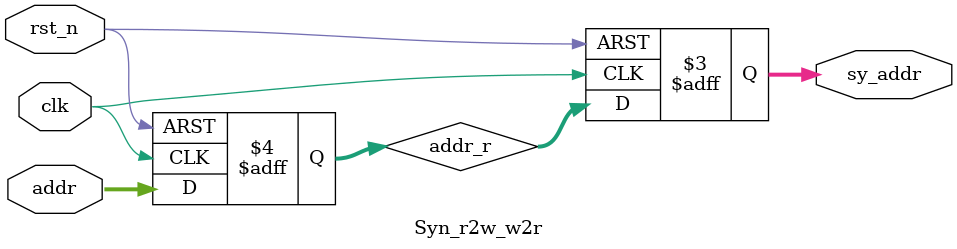
<source format=v>
`timescale      1ns/1ps

module Syn_r2w_w2r
#(
    parameter   ADDR_SIZE    =   4
)
(
    input           clk,
    input           rst_n,
    input   [ADDR_SIZE:0]  addr,
    output reg [ADDR_SIZE:0]  sy_addr
);

reg     [ADDR_SIZE:0]    addr_r;

always @(posedge clk or negedge rst_n)begin
    if(rst_n == 1'b0)begin
        {sy_addr, addr_r} <= 0;
    end
    else begin
        {sy_addr, addr_r} <= {addr_r, addr};
    end
end

endmodule

</source>
